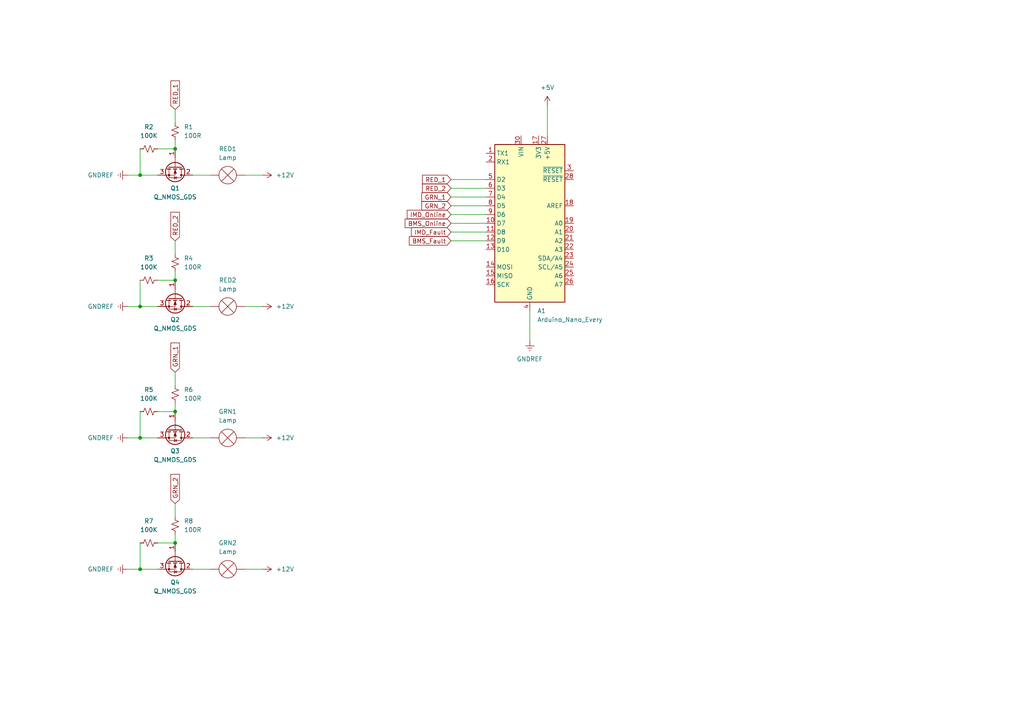
<source format=kicad_sch>
(kicad_sch (version 20250114) (generator "eeschema") (generator_version "9.0")
  (paper "A4")
  (title_block (title "Tractive System Status Indicator") (company "Sun Devil Motorsport EV"))
  (lib_symbols
    (symbol "Device:Lamp" (pin_numbers (hide yes)) (pin_names (offset 0.0254) (hide yes))
      (property "Reference" "LA" (at 0.635 3.81 0))
      (property "Value" "Lamp" (at 0.635 -3.81 0))
      (symbol "Lamp_0_1"
        (polyline (pts (xy -1.778 1.778) (xy 1.778 -1.778)))
        (circle (center 0 0) (radius 2.54))
        (polyline (pts (xy 1.778 1.778) (xy -1.778 -1.778)))
      )
      (symbol "Lamp_1_1"
        (pin passive line (at 0 5.08 270) (length 2.54) (name "+") (number "2"))
        (pin passive line (at 0 -5.08 90) (length 2.54) (name "-") (number "1"))
      )
    )
    (symbol "Device:R_Small_US" (pin_numbers (hide yes)) (pin_names (offset 0.254) (hide yes))
      (property "Reference" "R" (at 0.762 0.508 0))
      (property "Value" "R_Small_US" (at 0.762 -1.016 0))
      (symbol "R_Small_US_1_1"
        (polyline (pts (xy 0 1.524) (xy 1.016 1.143) (xy 0 0.762) (xy -1.016 0.381) (xy 0 0)))
        (polyline (pts (xy 0 0) (xy 1.016 -0.381) (xy 0 -0.762) (xy -1.016 -1.143) (xy 0 -1.524)))
        (pin passive line (at 0 2.54 270) (length 1.016) (name "~") (number "1"))
        (pin passive line (at 0 -2.54 90) (length 1.016) (name "~") (number "2"))
      )
    )
    (symbol "MCU_Module:Arduino_Nano_Every"
      (property "Reference" "A" (at -10.16 23.495 0))
      (property "Value" "Arduino_Nano_Every" (at 5.08 -24.13 0))
      (symbol "Arduino_Nano_Every_0_1"
        (rectangle (start -10.16 22.86) (end 10.16 -22.86) (stroke (width 0.254)) (fill (type background)))
      )
      (symbol "Arduino_Nano_Every_1_1"
        (pin bidirectional line (at -12.7 20.32 0) (length 2.54) (name "TX1") (number "1"))
        (pin bidirectional line (at -12.7 17.78 0) (length 2.54) (name "RX1") (number "2"))
        (pin bidirectional line (at -12.7 12.7 0) (length 2.54) (name "D2") (number "5"))
        (pin bidirectional line (at -12.7 10.16 0) (length 2.54) (name "D3") (number "6"))
        (pin bidirectional line (at -12.7 7.62 0) (length 2.54) (name "D4") (number "7"))
        (pin bidirectional line (at -12.7 5.08 0) (length 2.54) (name "D5") (number "8"))
        (pin bidirectional line (at -12.7 2.54 0) (length 2.54) (name "D6") (number "9"))
        (pin bidirectional line (at -12.7 0 0) (length 2.54) (name "D7") (number "10"))
        (pin bidirectional line (at -12.7 -2.54 0) (length 2.54) (name "D8") (number "11"))
        (pin bidirectional line (at -12.7 -5.08 0) (length 2.54) (name "D9") (number "12"))
        (pin bidirectional line (at -12.7 -7.62 0) (length 2.54) (name "D10") (number "13"))
        (pin bidirectional line (at -12.7 -12.7 0) (length 2.54) (name "MOSI") (number "14"))
        (pin bidirectional line (at -12.7 -15.24 0) (length 2.54) (name "MISO") (number "15"))
        (pin bidirectional line (at -12.7 -17.78 0) (length 2.54) (name "SCK") (number "16"))
        (pin power_in line (at -2.54 25.4 270) (length 2.54) (name "VIN") (number "30"))
        (pin passive line (at 0 -25.4 90) (length 2.54) (hide yes) (name "GND") (number "29"))
        (pin power_in line (at 0 -25.4 90) (length 2.54) (name "GND") (number "4"))
        (pin power_out line (at 2.54 25.4 270) (length 2.54) (name "3V3") (number "17"))
        (pin power_out line (at 5.08 25.4 270) (length 2.54) (name "+5V") (number "27"))
        (pin input line (at 12.7 15.24 180) (length 2.54) (name "~{RESET}") (number "3"))
        (pin input line (at 12.7 12.7 180) (length 2.54) (name "~{RESET}") (number "28"))
        (pin input line (at 12.7 5.08 180) (length 2.54) (name "AREF") (number "18"))
        (pin bidirectional line (at 12.7 0 180) (length 2.54) (name "A0") (number "19"))
        (pin bidirectional line (at 12.7 -2.54 180) (length 2.54) (name "A1") (number "20"))
        (pin bidirectional line (at 12.7 -5.08 180) (length 2.54) (name "A2") (number "21"))
        (pin bidirectional line (at 12.7 -7.62 180) (length 2.54) (name "A3") (number "22"))
        (pin bidirectional line (at 12.7 -10.16 180) (length 2.54) (name "SDA/A4") (number "23"))
        (pin bidirectional line (at 12.7 -12.7 180) (length 2.54) (name "SCL/A5") (number "24"))
        (pin bidirectional line (at 12.7 -15.24 180) (length 2.54) (name "A6") (number "25"))
        (pin bidirectional line (at 12.7 -17.78 180) (length 2.54) (name "A7") (number "26"))
      )
    )
    (symbol "Transistor_FET:Q_NMOS_GDS" (pin_names (offset 0) (hide yes))
      (property "Reference" "Q" (at 5.08 1.905 0))
      (property "Value" "Q_NMOS_GDS" (at 5.08 0 0))
      (symbol "Q_NMOS_GDS_0_1"
        (polyline (pts (xy 0.254 1.905) (xy 0.254 -1.905)) (stroke (width 0.254)))
        (polyline (pts (xy 0.254 0) (xy -2.54 0)))
        (polyline (pts (xy 0.762 2.286) (xy 0.762 1.27)) (stroke (width 0.254)))
        (polyline (pts (xy 0.762 0.508) (xy 0.762 -0.508)) (stroke (width 0.254)))
        (polyline (pts (xy 0.762 -1.27) (xy 0.762 -2.286)) (stroke (width 0.254)))
        (polyline (pts (xy 0.762 -1.778) (xy 3.302 -1.778) (xy 3.302 1.778) (xy 0.762 1.778)))
        (polyline (pts (xy 1.016 0) (xy 2.032 0.381) (xy 2.032 -0.381) (xy 1.016 0)) (fill (type outline)))
        (circle (center 1.651 0) (radius 2.794) (stroke (width 0.254)))
        (polyline (pts (xy 2.54 2.54) (xy 2.54 1.778)))
        (circle (center 2.54 1.778) (radius 0.254) (fill (type outline)))
        (circle (center 2.54 -1.778) (radius 0.254) (fill (type outline)))
        (polyline (pts (xy 2.54 -2.54) (xy 2.54 0) (xy 0.762 0)))
        (polyline (pts (xy 2.921 0.381) (xy 3.683 0.381)))
        (polyline (pts (xy 3.302 0.381) (xy 2.921 -0.254) (xy 3.683 -0.254) (xy 3.302 0.381)))
      )
      (symbol "Q_NMOS_GDS_1_1"
        (pin input line (at -5.08 0 0) (length 2.54) (name "G") (number "1"))
        (pin passive line (at 2.54 5.08 270) (length 2.54) (name "D") (number "2"))
        (pin passive line (at 2.54 -5.08 90) (length 2.54) (name "S") (number "3"))
      )
    )
    (symbol "power:+12V" (power) (pin_numbers (hide yes)) (pin_names (offset 0) (hide yes))
      (property "Value" "+12V" (at 0 3.556 0))
      (symbol "+12V_0_1"
        (polyline (pts (xy -0.762 1.27) (xy 0 2.54)))
        (polyline (pts (xy 0 2.54) (xy 0.762 1.27)))
        (polyline (pts (xy 0 0) (xy 0 2.54)))
      )
      (symbol "+12V_1_1"
        (pin power_in line (at 0 0 90) (length 0) (name "~") (number "1"))
      )
    )
    (symbol "power:+5V" (power) (pin_numbers (hide yes)) (pin_names (offset 0) (hide yes))
      (property "Value" "+5V" (at 0 3.556 0))
      (symbol "+5V_0_1"
        (polyline (pts (xy -0.762 1.27) (xy 0 2.54)))
        (polyline (pts (xy 0 2.54) (xy 0.762 1.27)))
        (polyline (pts (xy 0 0) (xy 0 2.54)))
      )
      (symbol "+5V_1_1"
        (pin power_in line (at 0 0 90) (length 0) (name "~") (number "1"))
      )
    )
    (symbol "power:GNDREF" (power) (pin_numbers (hide yes)) (pin_names (offset 0) (hide yes))
      (property "Value" "GNDREF" (at 0 -3.81 0))
      (symbol "GNDREF_0_1"
        (polyline (pts (xy -0.635 -1.905) (xy 0.635 -1.905)))
        (polyline (pts (xy -0.127 -2.54) (xy 0.127 -2.54)))
        (polyline (pts (xy 0 -1.27) (xy 0 0)))
        (polyline (pts (xy 1.27 -1.27) (xy -1.27 -1.27)))
      )
      (symbol "GNDREF_1_1"
        (pin power_in line (at 0 0 270) (length 0) (name "~") (number "1"))
      )
    )
  )
  (junction (at 40.64 50.8))
  (junction (at 50.8 119.38))
  (junction (at 50.8 43.18))
  (junction (at 40.64 165.1))
  (junction (at 50.8 157.48))
  (junction (at 50.8 81.28))
  (junction (at 40.64 127))
  (junction (at 40.64 88.9))
  (wire (pts (xy 50.8 78.74) (xy 50.8 81.28)))
  (wire (pts (xy 55.88 127) (xy 60.96 127)))
  (wire (pts (xy 50.8 116.84) (xy 50.8 119.38)))
  (wire (pts (xy 130.81 64.77) (xy 140.97 64.77)))
  (wire (pts (xy 45.72 157.48) (xy 50.8 157.48)))
  (wire (pts (xy 50.8 154.94) (xy 50.8 157.48)))
  (wire (pts (xy 40.64 50.8) (xy 45.72 50.8)))
  (wire (pts (xy 153.67 90.17) (xy 153.67 99.06)))
  (wire (pts (xy 40.64 81.28) (xy 40.64 88.9)))
  (wire (pts (xy 55.88 50.8) (xy 60.96 50.8)))
  (wire (pts (xy 130.81 57.15) (xy 140.97 57.15)))
  (wire (pts (xy 45.72 43.18) (xy 50.8 43.18)))
  (wire (pts (xy 36.83 165.1) (xy 40.64 165.1)))
  (wire (pts (xy 36.83 127) (xy 40.64 127)))
  (wire (pts (xy 40.64 88.9) (xy 45.72 88.9)))
  (wire (pts (xy 55.88 165.1) (xy 60.96 165.1)))
  (wire (pts (xy 50.8 69.85) (xy 50.8 73.66)))
  (wire (pts (xy 50.8 31.75) (xy 50.8 35.56)))
  (wire (pts (xy 40.64 165.1) (xy 45.72 165.1)))
  (wire (pts (xy 71.12 88.9) (xy 76.2 88.9)))
  (wire (pts (xy 130.81 62.23) (xy 140.97 62.23)))
  (wire (pts (xy 130.81 52.07) (xy 140.97 52.07)))
  (wire (pts (xy 71.12 127) (xy 76.2 127)))
  (wire (pts (xy 130.81 67.31) (xy 140.97 67.31)))
  (wire (pts (xy 50.8 40.64) (xy 50.8 43.18)))
  (wire (pts (xy 40.64 43.18) (xy 40.64 50.8)))
  (wire (pts (xy 36.83 50.8) (xy 40.64 50.8)))
  (wire (pts (xy 50.8 107.95) (xy 50.8 111.76)))
  (wire (pts (xy 158.75 30.48) (xy 158.75 39.37)))
  (wire (pts (xy 50.8 146.05) (xy 50.8 149.86)))
  (wire (pts (xy 71.12 50.8) (xy 76.2 50.8)))
  (wire (pts (xy 55.88 88.9) (xy 60.96 88.9)))
  (wire (pts (xy 71.12 165.1) (xy 76.2 165.1)))
  (wire (pts (xy 40.64 119.38) (xy 40.64 127)))
  (wire (pts (xy 130.81 54.61) (xy 140.97 54.61)))
  (wire (pts (xy 36.83 88.9) (xy 40.64 88.9)))
  (wire (pts (xy 45.72 119.38) (xy 50.8 119.38)))
  (wire (pts (xy 45.72 81.28) (xy 50.8 81.28)))
  (wire (pts (xy 130.81 59.69) (xy 140.97 59.69)))
  (wire (pts (xy 40.64 157.48) (xy 40.64 165.1)))
  (wire (pts (xy 40.64 127) (xy 45.72 127)))
  (wire (pts (xy 130.81 69.85) (xy 140.97 69.85)))
  (global_label "IMD_Fault" (shape input) (at 130.81 67.31 180) (property "Intersheetrefs" "${INTERSHEET_REFS}" (effects (hide yes))))
  (global_label "RED_2" (shape input) (at 50.8 69.85 90) (property "Intersheetrefs" "${INTERSHEET_REFS}" (effects (hide yes))))
  (global_label "RED_1" (shape input) (at 130.81 52.07 180) (property "Intersheetrefs" "${INTERSHEET_REFS}" (effects (hide yes))))
  (global_label "RED_2" (shape input) (at 130.81 54.61 180) (property "Intersheetrefs" "${INTERSHEET_REFS}" (effects (hide yes))))
  (global_label "GRN_1" (shape input) (at 50.8 107.95 90) (property "Intersheetrefs" "${INTERSHEET_REFS}" (effects (hide yes))))
  (global_label "BMS_Fault" (shape input) (at 130.81 69.85 180) (property "Intersheetrefs" "${INTERSHEET_REFS}" (effects (hide yes))))
  (global_label "GRN_2" (shape input) (at 50.8 146.05 90) (property "Intersheetrefs" "${INTERSHEET_REFS}" (effects (hide yes))))
  (global_label "GRN_1" (shape input) (at 130.81 57.15 180) (property "Intersheetrefs" "${INTERSHEET_REFS}" (effects (hide yes))))
  (global_label "BMS_Online" (shape input) (at 130.81 64.77 180) (property "Intersheetrefs" "${INTERSHEET_REFS}" (effects (hide yes))))
  (global_label "RED_1" (shape input) (at 50.8 31.75 90) (property "Intersheetrefs" "${INTERSHEET_REFS}" (effects (hide yes))))
  (global_label "IMD_Online" (shape input) (at 130.81 62.23 180) (property "Intersheetrefs" "${INTERSHEET_REFS}" (effects (hide yes))))
  (global_label "GRN_2" (shape input) (at 130.81 59.69 180) (property "Intersheetrefs" "${INTERSHEET_REFS}" (effects (hide yes))))
  (symbol (lib_id "Device:R_Small_US") (at 43.18 81.28 90) (unit 1)
    (property "Reference" "R3" (at 43.18 74.93 90))
    (property "Value" "100K" (at 43.18 77.47 90))
    (property "Description" "Resistor, small US symbol" (effects (hide yes)))
  )
  (symbol (lib_id "Transistor_FET:Q_NMOS_GDS") (at 50.8 48.26 270) (unit 1)
    (property "Reference" "Q1" (at 50.8 54.61 90))
    (property "Value" "Q_NMOS_GDS" (at 50.8 57.15 90))
    (property "Description" "N-MOSFET transistor, gate/drain/source" (effects (hide yes)))
  )
  (symbol (lib_id "Device:R_Small_US") (at 43.18 43.18 90) (unit 1)
    (property "Reference" "R2" (at 43.18 36.83 90))
    (property "Value" "100K" (at 43.18 39.37 90))
    (property "Description" "Resistor, small US symbol" (effects (hide yes)))
  )
  (symbol (lib_id "power:+5V") (at 158.75 30.48 0) (unit 1)
    (property "Reference" "#PWR04" (effects (hide yes)))
    (property "Value" "+5V" (at 158.75 25.4 0))
    (property "Description" "Power symbol creates a global label with name \"+5V\"" (effects (hide yes)))
  )
  (symbol (lib_id "power:+12V") (at 76.2 88.9 270) (unit 1)
    (property "Reference" "#PWR06" (effects (hide yes)))
    (property "Value" "+12V" (at 80.01 88.8999 90) (effects (justify left)))
    (property "Description" "Power symbol creates a global label with name \"+12V\"" (effects (hide yes)))
  )
  (symbol (lib_id "Device:R_Small_US") (at 43.18 157.48 90) (unit 1)
    (property "Reference" "R7" (at 43.18 151.13 90))
    (property "Value" "100K" (at 43.18 153.67 90))
    (property "Description" "Resistor, small US symbol" (effects (hide yes)))
  )
  (symbol (lib_id "power:+12V") (at 76.2 165.1 270) (unit 1)
    (property "Reference" "#PWR010" (effects (hide yes)))
    (property "Value" "+12V" (at 80.01 165.0999 90) (effects (justify left)))
    (property "Description" "Power symbol creates a global label with name \"+12V\"" (effects (hide yes)))
  )
  (symbol (lib_id "Device:Lamp") (at 66.04 127 90) (unit 1)
    (property "Reference" "GRN1" (at 66.04 119.38 90))
    (property "Value" "Lamp" (at 66.04 121.92 90))
    (property "Description" "Lamp" (effects (hide yes)))
  )
  (symbol (lib_id "Transistor_FET:Q_NMOS_GDS") (at 50.8 124.46 270) (unit 1)
    (property "Reference" "Q3" (at 50.8 130.81 90))
    (property "Value" "Q_NMOS_GDS" (at 50.8 133.35 90))
    (property "Description" "N-MOSFET transistor, gate/drain/source" (effects (hide yes)))
  )
  (symbol (lib_id "Device:R_Small_US") (at 43.18 119.38 90) (unit 1)
    (property "Reference" "R5" (at 43.18 113.03 90))
    (property "Value" "100K" (at 43.18 115.57 90))
    (property "Description" "Resistor, small US symbol" (effects (hide yes)))
  )
  (symbol (lib_id "power:GNDREF") (at 36.83 50.8 270) (unit 1)
    (property "Reference" "#PWR01" (effects (hide yes)))
    (property "Value" "GNDREF" (at 33.02 50.7999 90) (effects (justify right)))
    (property "Description" "Power symbol creates a global label with name \"GNDREF\" , reference supply ground" (effects (hide yes)))
  )
  (symbol (lib_id "Transistor_FET:Q_NMOS_GDS") (at 50.8 86.36 270) (unit 1)
    (property "Reference" "Q2" (at 50.8 92.71 90))
    (property "Value" "Q_NMOS_GDS" (at 50.8 95.25 90))
    (property "Description" "N-MOSFET transistor, gate/drain/source" (effects (hide yes)))
  )
  (symbol (lib_id "Device:R_Small_US") (at 50.8 114.3 0) (unit 1)
    (property "Reference" "R6" (at 53.34 113.0299 0) (effects (justify left)))
    (property "Value" "100R" (at 53.34 115.5699 0) (effects (justify left)))
    (property "Description" "Resistor, small US symbol" (effects (hide yes)))
  )
  (symbol (lib_id "Device:R_Small_US") (at 50.8 152.4 0) (unit 1)
    (property "Reference" "R8" (at 53.34 151.1299 0) (effects (justify left)))
    (property "Value" "100R" (at 53.34 153.6699 0) (effects (justify left)))
    (property "Description" "Resistor, small US symbol" (effects (hide yes)))
  )
  (symbol (lib_id "power:GNDREF") (at 36.83 127 270) (unit 1)
    (property "Reference" "#PWR07" (effects (hide yes)))
    (property "Value" "GNDREF" (at 33.02 126.9999 90) (effects (justify right)))
    (property "Description" "Power symbol creates a global label with name \"GNDREF\" , reference supply ground" (effects (hide yes)))
  )
  (symbol (lib_id "power:GNDREF") (at 36.83 88.9 270) (unit 1)
    (property "Reference" "#PWR05" (effects (hide yes)))
    (property "Value" "GNDREF" (at 33.02 88.8999 90) (effects (justify right)))
    (property "Description" "Power symbol creates a global label with name \"GNDREF\" , reference supply ground" (effects (hide yes)))
  )
  (symbol (lib_id "Device:Lamp") (at 66.04 165.1 90) (unit 1)
    (property "Reference" "GRN2" (at 66.04 157.48 90))
    (property "Value" "Lamp" (at 66.04 160.02 90))
    (property "Description" "Lamp" (effects (hide yes)))
  )
  (symbol (lib_id "power:+12V") (at 76.2 50.8 270) (unit 1)
    (property "Reference" "#PWR02" (effects (hide yes)))
    (property "Value" "+12V" (at 80.01 50.7999 90) (effects (justify left)))
    (property "Description" "Power symbol creates a global label with name \"+12V\"" (effects (hide yes)))
  )
  (symbol (lib_id "MCU_Module:Arduino_Nano_Every") (at 153.67 64.77 0) (unit 1)
    (property "Reference" "A1" (at 155.8133 90.17 0) (effects (justify left)))
    (property "Value" "Arduino_Nano_Every" (at 155.8133 92.71 0) (effects (justify left)))
    (property "Footprint" "Module:Arduino_Nano" (effects (hide yes)))
    (property "Datasheet" "https://content.arduino.cc/assets/NANOEveryV3.0_sch.pdf" (effects (hide yes)))
    (property "Description" "Arduino Nano Every" (effects (hide yes)))
  )
  (symbol (lib_id "Device:R_Small_US") (at 50.8 76.2 0) (unit 1)
    (property "Reference" "R4" (at 53.34 74.9299 0) (effects (justify left)))
    (property "Value" "100R" (at 53.34 77.4699 0) (effects (justify left)))
    (property "Description" "Resistor, small US symbol" (effects (hide yes)))
  )
  (symbol (lib_id "Device:Lamp") (at 66.04 50.8 90) (unit 1)
    (property "Reference" "RED1" (at 66.04 43.18 90))
    (property "Value" "Lamp" (at 66.04 45.72 90))
    (property "Description" "Lamp" (effects (hide yes)))
  )
  (symbol (lib_id "power:+12V") (at 76.2 127 270) (unit 1)
    (property "Reference" "#PWR08" (effects (hide yes)))
    (property "Value" "+12V" (at 80.01 126.9999 90) (effects (justify left)))
    (property "Description" "Power symbol creates a global label with name \"+12V\"" (effects (hide yes)))
  )
  (symbol (lib_id "Device:Lamp") (at 66.04 88.9 90) (unit 1)
    (property "Reference" "RED2" (at 66.04 81.28 90))
    (property "Value" "Lamp" (at 66.04 83.82 90))
    (property "Description" "Lamp" (effects (hide yes)))
  )
  (symbol (lib_id "power:GNDREF") (at 36.83 165.1 270) (unit 1)
    (property "Reference" "#PWR09" (effects (hide yes)))
    (property "Value" "GNDREF" (at 33.02 165.0999 90) (effects (justify right)))
    (property "Description" "Power symbol creates a global label with name \"GNDREF\" , reference supply ground" (effects (hide yes)))
  )
  (symbol (lib_id "Transistor_FET:Q_NMOS_GDS") (at 50.8 162.56 270) (unit 1)
    (property "Reference" "Q4" (at 50.8 168.91 90))
    (property "Value" "Q_NMOS_GDS" (at 50.8 171.45 90))
    (property "Description" "N-MOSFET transistor, gate/drain/source" (effects (hide yes)))
  )
  (symbol (lib_id "power:GNDREF") (at 153.67 99.06 0) (unit 1)
    (property "Reference" "#PWR03" (effects (hide yes)))
    (property "Value" "GNDREF" (at 153.67 104.14 0))
    (property "Description" "Power symbol creates a global label with name \"GNDREF\" , reference supply ground" (effects (hide yes)))
  )
  (symbol (lib_id "Device:R_Small_US") (at 50.8 38.1 0) (unit 1)
    (property "Reference" "R1" (at 53.34 36.8299 0) (effects (justify left)))
    (property "Value" "100R" (at 53.34 39.3699 0) (effects (justify left)))
    (property "Description" "Resistor, small US symbol" (effects (hide yes)))
  )
)
</source>
